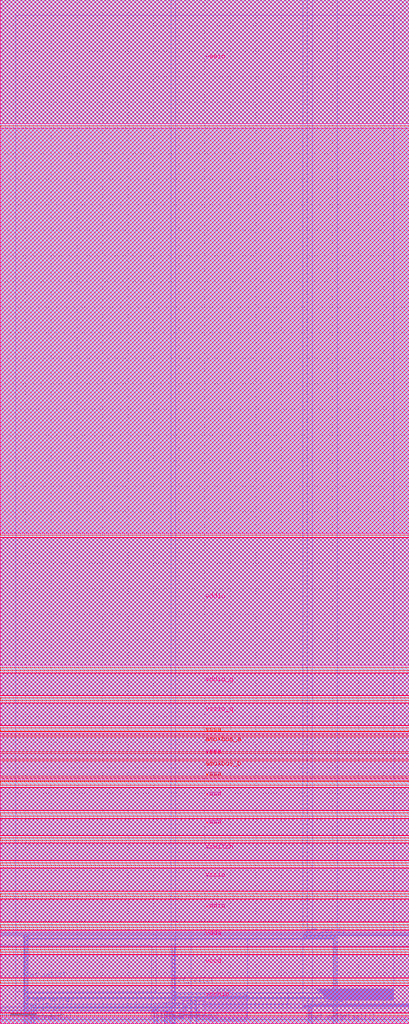
<source format=lef>
# Copyright 2020 The SkyWater PDK Authors
#
# Licensed under the Apache License, Version 2.0 (the "License");
# you may not use this file except in compliance with the License.
# You may obtain a copy of the License at
#
#     https://www.apache.org/licenses/LICENSE-2.0
#
# Unless required by applicable law or agreed to in writing, software
# distributed under the License is distributed on an "AS IS" BASIS,
# WITHOUT WARRANTIES OR CONDITIONS OF ANY KIND, either express or implied.
# See the License for the specific language governing permissions and
# limitations under the License.
#
# SPDX-License-Identifier: Apache-2.0

VERSION 5.5 ;
NAMESCASESENSITIVE ON ;
BUSBITCHARS "[]" ;
DIVIDERCHAR "/" ;

MACRO sky130_fd_io__top_gpiovrefv2
  CLASS BLOCK ;
  SOURCE USER ;
  ORIGIN 0 0 ;
  SIZE 80 BY 200 ;
  SYMMETRY R90 ;

  PIN ref_sel[2]
    DIRECTION INPUT ;
    USE SIGNAL ;
    PORT
      LAYER met2 ;
        RECT 33.725 0 33.985 0.64 ;
    END
    PORT
      LAYER met1 ;
        RECT 33.725 0 33.985 15.035 ;
    END
    ANTENNAGATEAREA 0.5 LAYER met1 ;
    ANTENNAPARTIALMETALSIDEAREA 10.0765 LAYER met1 ;
    ANTENNAGATEAREA 0.5 LAYER met2 ;
    ANTENNAPARTIALMETALSIDEAREA 6.46609 LAYER met2 ;
    ANTENNAGATEAREA 0.5 LAYER met3 ;
    ANTENNAGATEAREA 0.5 LAYER met4 ;
    ANTENNAGATEAREA 0.5 LAYER met5 ;
    ANTENNAPARTIALCUTAREA 0.135 LAYER via ;
  END ref_sel[2]

  PIN enable_h
    DIRECTION INPUT ;
    USE SIGNAL ;
    PORT
      LAYER met2 ;
        RECT 32.735 0 32.995 0.64 ;
    END
    PORT
      LAYER met1 ;
        RECT 32.735 0 32.995 2.325 ;
    END
    ANTENNAGATEAREA 3.24 LAYER met1 ;
    ANTENNAPARTIALMETALSIDEAREA 1.1795 LAYER met1 ;
    ANTENNAGATEAREA 3.24 LAYER met2 ;
    ANTENNAPARTIALMETALSIDEAREA 3.3495 LAYER met2 ;
    ANTENNAGATEAREA 3.24 LAYER met3 ;
    ANTENNAGATEAREA 3.24 LAYER met4 ;
    ANTENNAGATEAREA 3.24 LAYER met5 ;
    ANTENNAPARTIALCUTAREA 0.135 LAYER via ;
  END enable_h

  PIN vrefgen_en
    DIRECTION INPUT ;
    USE SIGNAL ;
    PORT
      LAYER met2 ;
        RECT 30.295 0 30.555 0.64 ;
    END
    PORT
      LAYER met1 ;
        RECT 30.295 0 30.555 2.565 ;
        RECT 30.295 2.565 30.555 2.635 ;
        RECT 30.225 2.635 30.555 2.705 ;
        RECT 30.155 2.705 30.555 2.735 ;
        RECT 29.915 2.735 30.555 2.995 ;
    END
    ANTENNAGATEAREA 0.5 LAYER met1 ;
    ANTENNAPARTIALMETALSIDEAREA 1.87965 LAYER met1 ;
    ANTENNAGATEAREA 0.5 LAYER met2 ;
    ANTENNAPARTIALMETALSIDEAREA 3.0345 LAYER met2 ;
    ANTENNAGATEAREA 0.5 LAYER met3 ;
    ANTENNAGATEAREA 0.5 LAYER met4 ;
    ANTENNAGATEAREA 0.5 LAYER met5 ;
    ANTENNAPARTIALCUTAREA 0.135 LAYER via ;
  END vrefgen_en

  PIN hld_h_n
    DIRECTION INPUT ;
    USE SIGNAL ;
    PORT
      LAYER met2 ;
        RECT 31.735 0 31.995 0.64 ;
    END
    PORT
      LAYER met1 ;
        RECT 31.735 0 31.995 2.325 ;
    END
    ANTENNAGATEAREA 1.62 LAYER met1 ;
    ANTENNAPARTIALMETALSIDEAREA 1.1795 LAYER met1 ;
    ANTENNAGATEAREA 1.62 LAYER met2 ;
    ANTENNAPARTIALMETALSIDEAREA 3.3495 LAYER met2 ;
    ANTENNAGATEAREA 1.62 LAYER met3 ;
    ANTENNAGATEAREA 1.62 LAYER met4 ;
    ANTENNAGATEAREA 1.62 LAYER met5 ;
    ANTENNAPARTIALCUTAREA 0.135 LAYER via ;
  END hld_h_n

  PIN ref_sel[0]
    DIRECTION INPUT ;
    USE SIGNAL ;
    PORT
      LAYER met2 ;
        RECT 60.495 0 60.755 0.64 ;
    END
    PORT
      LAYER met1 ;
        RECT 60.495 0 60.755 3.135 ;
        RECT 60.495 3.135 60.755 3.19 ;
        RECT 60.44 3.19 60.755 3.245 ;
        RECT 60.385 3.245 60.71 3.29 ;
        RECT 60.34 3.29 60.665 3.335 ;
        RECT 60.295 3.335 60.66 3.34 ;
        RECT 59.495 3.34 60.59 3.41 ;
        RECT 59.495 3.41 60.52 3.48 ;
        RECT 59.495 3.48 60.45 3.55 ;
        RECT 59.495 3.55 60.4 3.6 ;
    END
    ANTENNAGATEAREA 0.5 LAYER met1 ;
    ANTENNAPARTIALMETALSIDEAREA 4.43519 LAYER met1 ;
    ANTENNAGATEAREA 0.5 LAYER met2 ;
    ANTENNAPARTIALMETALSIDEAREA 0.63 LAYER met2 ;
    ANTENNAGATEAREA 0.5 LAYER met3 ;
    ANTENNAGATEAREA 0.5 LAYER met4 ;
    ANTENNAGATEAREA 0.5 LAYER met5 ;
    ANTENNAPARTIALCUTAREA 0.045 LAYER via ;
  END ref_sel[0]

  PIN vinref
    DIRECTION INOUT ;
    USE SIGNAL ;
    PORT
      LAYER met2 ;
        RECT 37.485 0 38.125 5.12 ;
        RECT 37.485 5.12 38.125 5.19 ;
        RECT 37.415 5.19 38.195 5.26 ;
        RECT 37.345 5.26 38.265 5.29 ;
        RECT 34.425 5.29 48.025 5.79 ;
    END
    PORT
      LAYER met1 ;
        RECT 37.485 0 38.125 0.64 ;
    END
    ANTENNADIFFAREA 31.08 LAYER met1 ;
    ANTENNADIFFAREA 31.08 LAYER met2 ;
    ANTENNADIFFAREA 31.08 LAYER met3 ;
    ANTENNADIFFAREA 31.08 LAYER met4 ;
    ANTENNADIFFAREA 31.08 LAYER met5 ;
    ANTENNAPARTIALMETALSIDEAREA 111.065 LAYER met2 ;
    ANTENNAPARTIALCUTAREA 4.545 LAYER via ;
  END vinref

  PIN ref_sel[4]
    DIRECTION INPUT ;
    USE SIGNAL ;
    PORT
      LAYER met2 ;
        RECT 6.155 0 6.415 3.17 ;
        RECT 6.155 3.17 6.415 3.24 ;
        RECT 6.155 3.24 6.485 3.31 ;
        RECT 6.155 3.31 6.555 3.34 ;
        RECT 6.155 3.34 6.795 3.6 ;
    END
    PORT
      LAYER met1 ;
        RECT 6.155 0 6.415 0.64 ;
    END
    ANTENNAGATEAREA 0.5 LAYER met1 ;
    ANTENNAGATEAREA 0.5 LAYER met2 ;
    ANTENNAPARTIALMETALSIDEAREA 2.93315 LAYER met2 ;
    ANTENNAGATEAREA 0.5 LAYER met3 ;
    ANTENNAGATEAREA 0.5 LAYER met4 ;
    ANTENNAGATEAREA 0.5 LAYER met5 ;
    ANTENNAPARTIALCUTAREA 0.09 LAYER via ;
  END ref_sel[4]

  PIN ref_sel[3]
    DIRECTION INPUT ;
    USE SIGNAL ;
    PORT
      LAYER met2 ;
        RECT 4.895 0 5.155 17.08 ;
    END
    PORT
      LAYER met1 ;
        RECT 4.895 0 5.155 0.64 ;
    END
    ANTENNAGATEAREA 0.5 LAYER met1 ;
    ANTENNAGATEAREA 0.5 LAYER met2 ;
    ANTENNAPARTIALMETALSIDEAREA 12.138 LAYER met2 ;
    ANTENNAGATEAREA 0.5 LAYER met3 ;
    ANTENNAGATEAREA 0.5 LAYER met4 ;
    ANTENNAGATEAREA 0.5 LAYER met5 ;
    ANTENNAPARTIALCUTAREA 0.09 LAYER via ;
  END ref_sel[3]

  PIN ref_sel[1]
    DIRECTION INPUT ;
    USE SIGNAL ;
    PORT
      LAYER met2 ;
        RECT 65.4 0 65.66 16.65 ;
        RECT 65.4 16.65 65.66 16.72 ;
        RECT 65.33 16.72 65.66 16.79 ;
        RECT 65.26 16.79 65.66 16.82 ;
        RECT 59.495 16.82 65.66 17.08 ;
        RECT 59.495 17.25 59.755 17.46 ;
        RECT 59.495 17.08 59.855 17.15 ;
        RECT 59.495 17.15 59.785 17.22 ;
        RECT 59.495 17.22 59.755 17.25 ;
    END
    PORT
      LAYER met1 ;
        RECT 65.4 0 65.66 0.64 ;
    END
    ANTENNAGATEAREA 0.5 LAYER met1 ;
    ANTENNAGATEAREA 0.5 LAYER met2 ;
    ANTENNAPARTIALMETALSIDEAREA 16.4678 LAYER met2 ;
    ANTENNAGATEAREA 0.5 LAYER met3 ;
    ANTENNAGATEAREA 0.5 LAYER met4 ;
    ANTENNAGATEAREA 0.5 LAYER met5 ;
    ANTENNAPARTIALCUTAREA 0.09 LAYER via ;
  END ref_sel[1]

  PIN amuxbus_a
    DIRECTION INOUT ;
    USE SIGNAL ;
    PORT
      LAYER met4 ;
        RECT 0 53.125 80 56.105 ;
    END
    ANTENNAPARTIALMETALSIDEAREA 119.168 LAYER met4 ;
  END amuxbus_a

  PIN amuxbus_b
    DIRECTION INOUT ;
    USE SIGNAL ;
    PORT
      LAYER met4 ;
        RECT 0 48.365 80 51.345 ;
    END
    ANTENNAPARTIALMETALSIDEAREA 119.168 LAYER met4 ;
  END amuxbus_b

  PIN vssd
    DIRECTION INOUT ;
    USE GROUND ;
    PORT
      LAYER met5 ;
        RECT 0 41.685 80 46.135 ;
    END
    PORT
      LAYER met4 ;
        RECT 0 41.585 80 46.235 ;
    END
  END vssd

  PIN vdda
    DIRECTION INOUT ;
    USE POWER ;
    PORT
      LAYER met5 ;
        RECT 0 15.035 80 18.285 ;
    END
    PORT
      LAYER met4 ;
        RECT 0 14.935 80 18.385 ;
    END
  END vdda

  PIN vswitch
    DIRECTION INOUT ;
    USE POWER ;
    PORT
      LAYER met5 ;
        RECT 0 31.985 80 35.235 ;
    END
    PORT
      LAYER met4 ;
        RECT 0 31.885 80 35.335 ;
    END
  END vswitch

  PIN vcchib
    DIRECTION INOUT ;
    USE POWER ;
    PORT
      LAYER met5 ;
        RECT 0 2.135 80 7.385 ;
    END
    PORT
      LAYER met4 ;
        RECT 0 2.035 80 7.485 ;
    END
  END vcchib

  PIN vssa
    DIRECTION INOUT ;
    USE GROUND ;
    PORT
      LAYER met5 ;
        RECT 0 36.835 80 40.085 ;
    END
    PORT
      LAYER met5 ;
        RECT 0 47.735 80 56.735 ;
    END
    PORT
      LAYER met4 ;
        RECT 0 36.735 80 40.185 ;
    END
    PORT
      LAYER met4 ;
        RECT 0 47.735 80 48.065 ;
    END
    PORT
      LAYER met4 ;
        RECT 0 51.645 80 52.825 ;
    END
    PORT
      LAYER met4 ;
        RECT 0 56.405 80 56.735 ;
    END
  END vssa

  PIN vccd
    DIRECTION INOUT ;
    USE POWER ;
    PORT
      LAYER met5 ;
        RECT 0 8.985 80 13.435 ;
    END
    PORT
      LAYER met4 ;
        RECT 0 8.885 80 13.535 ;
    END
  END vccd

  PIN vssio_q
    DIRECTION INOUT ;
    USE GROUND ;
    PORT
      LAYER met5 ;
        RECT 0 58.335 80 62.585 ;
    END
    PORT
      LAYER met4 ;
        RECT 0 58.235 80 62.685 ;
    END
  END vssio_q

  PIN vddio
    DIRECTION INOUT ;
    USE POWER ;
    PORT
      LAYER met5 ;
        RECT 0 19.885 80 24.335 ;
    END
    PORT
      LAYER met5 ;
        RECT 0 70.035 80 94.985 ;
    END
    PORT
      LAYER met4 ;
        RECT 0 19.785 80 24.435 ;
    END
    PORT
      LAYER met4 ;
        RECT 0 70.035 80 95 ;
    END
  END vddio

  PIN vddio_q
    DIRECTION INOUT ;
    USE POWER ;
    PORT
      LAYER met5 ;
        RECT 0 64.185 80 68.435 ;
    END
    PORT
      LAYER met4 ;
        RECT 0 64.085 80 68.535 ;
    END
  END vddio_q

  PIN vssio
    DIRECTION INOUT ;
    USE GROUND ;
    PORT
      LAYER met5 ;
        RECT 0 25.935 80 30.385 ;
    END
    PORT
      LAYER met5 ;
        RECT 0 175.785 80 200 ;
    END
    PORT
      LAYER met4 ;
        RECT 0 25.835 80 30.485 ;
    END
    PORT
      LAYER met4 ;
        RECT 0 175.785 80 200 ;
    END
  END vssio
  OBS
    LAYER met1 ;
      RECT 61.795 6.845 77.0 6.88 ;
      RECT 61.865 6.775 77.0 6.845 ;
      RECT 61.935 6.705 77.0 6.775 ;
      RECT 62.005 6.635 77.0 6.705 ;
      RECT 62.075 6.565 77.0 6.635 ;
      RECT 62.145 6.495 77.0 6.565 ;
      RECT 62.215 6.425 77.0 6.495 ;
      RECT 62.285 6.355 77.0 6.425 ;
      RECT 62.355 6.285 77.0 6.355 ;
      RECT 62.425 6.215 77.0 6.285 ;
      RECT 62.495 6.145 77.0 6.215 ;
      RECT 62.565 6.075 77.0 6.145 ;
      RECT 62.635 6.005 77.0 6.075 ;
      RECT 62.705 5.935 77.0 6.005 ;
      RECT 62.775 5.865 77.0 5.935 ;
      RECT 62.845 5.795 77.0 5.865 ;
      RECT 62.915 5.725 77.0 5.795 ;
      RECT 62.985 5.655 77.0 5.725 ;
      RECT 63.055 5.585 77.0 5.655 ;
      RECT 63.125 5.515 77.0 5.585 ;
      RECT 63.195 5.445 77.0 5.515 ;
      RECT 63.265 5.375 77.0 5.445 ;
      RECT 63.335 5.305 77.0 5.375 ;
      RECT 63.405 5.235 77.0 5.305 ;
      RECT 63.475 5.165 77.0 5.235 ;
      RECT 63.545 5.095 77.0 5.165 ;
      RECT 63.615 5.025 77.0 5.095 ;
      RECT 63.685 4.955 77.0 5.025 ;
      RECT 63.755 4.885 77.0 4.955 ;
      RECT 63.825 4.815 77.0 4.885 ;
      RECT 63.895 4.745 77.0 4.815 ;
      RECT 63.965 4.675 77.0 4.745 ;
      RECT 64.035 4.605 77.0 4.675 ;
      RECT 0 0.78 30.155 2.505 ;
      RECT 0 2.505 30.065 2.595 ;
      RECT 0 0 4.755 0.78 ;
      RECT 0 2.595 29.775 3.135 ;
      RECT 0 3.135 33.585 15.175 ;
      RECT 0 15.175 80 200 ;
      RECT 5.295 0 6.015 0.78 ;
      RECT 6.555 0 30.155 0.78 ;
      RECT 30.695 0 31.595 2.465 ;
      RECT 30.695 2.465 33.585 3.135 ;
      RECT 32.135 0 32.595 2.465 ;
      RECT 33.135 0 33.585 2.465 ;
      RECT 34.125 3.74 80 15.175 ;
      RECT 34.125 0.78 60.355 3.075 ;
      RECT 34.125 3.075 60.23 3.2 ;
      RECT 34.125 0 37.345 0.78 ;
      RECT 34.125 3.2 59.355 3.74 ;
      RECT 38.265 0 60.355 0.78 ;
      RECT 60.895 3.3 80 3.74 ;
      RECT 60.895 0.78 80 3.3 ;
      RECT 60.895 0 65.26 0.78 ;
      RECT 65.8 0 80 0.78 ;
      RECT 5.435 0 5.875 0.92 ;
      RECT 0 0 4.615 0.92 ;
      RECT 6.695 0 30.015 0.92 ;
      RECT 29.635 0.92 30.015 2.455 ;
      RECT 30.835 2.605 33.445 3.275 ;
      RECT 30.835 0 31.455 2.605 ;
      RECT 32.275 0 32.455 2.605 ;
      RECT 33.275 0 33.445 2.605 ;
      RECT 33.445 15.315 34.265 18.315 ;
      RECT 33.445 197.0 34.265 200 ;
      RECT 34.265 0.805 38.405 3.02 ;
      RECT 34.265 0 37.205 0.805 ;
      RECT 61.035 0 65.12 3.36 ;
      RECT 65.94 0 80 3.36 ;
      RECT 38.405 0 60.215 3.02 ;
      RECT 41.405 3.0 56.215 3.805 ;
      RECT 0 3.275 33.445 200 ;
      RECT 0 0.92 29.635 15.315 ;
      RECT 3.0 6.275 30.445 18.315 ;
      RECT 3.0 3.92 26.63 6.275 ;
      RECT 9.695 3.0 26.63 3.92 ;
      RECT 3.0 18.315 77.0 197.0 ;
      RECT 34.265 3.02 59.215 200 ;
      RECT 34.265 3.88 80 200 ;
      RECT 37.265 6.88 77.0 18.315 ;
      RECT 37.265 3.805 56.215 6.88 ;
      RECT 61.035 0.92 80 200 ;
      RECT 64.035 3.92 77.0 4.605 ;
      RECT 68.94 3.0 77.0 3.92 ;
      RECT 34.265 3.02 60.195 3.04 ;
      RECT 34.265 3.04 60.175 3.06 ;
      RECT 61.035 3.36 80 3.43 ;
      RECT 60.965 3.43 80 3.5 ;
      RECT 60.895 3.5 80 3.57 ;
      RECT 60.825 3.57 80 3.64 ;
      RECT 60.755 3.64 80 3.71 ;
      RECT 60.685 3.71 80 3.78 ;
      RECT 60.615 3.78 80 3.85 ;
      RECT 60.545 3.85 80 3.88 ;
      RECT 61.795 6.845 77.0 6.88 ;
      RECT 61.865 6.775 77.0 6.845 ;
      RECT 61.935 6.705 77.0 6.775 ;
      RECT 62.005 6.635 77.0 6.705 ;
      RECT 62.075 6.565 77.0 6.635 ;
      RECT 62.145 6.495 77.0 6.565 ;
      RECT 62.215 6.425 77.0 6.495 ;
      RECT 62.285 6.355 77.0 6.425 ;
      RECT 62.355 6.285 77.0 6.355 ;
      RECT 62.425 6.215 77.0 6.285 ;
      RECT 62.495 6.145 77.0 6.215 ;
      RECT 62.565 6.075 77.0 6.145 ;
      RECT 62.635 6.005 77.0 6.075 ;
      RECT 62.705 5.935 77.0 6.005 ;
      RECT 62.775 5.865 77.0 5.935 ;
      RECT 62.845 5.795 77.0 5.865 ;
      RECT 62.915 5.725 77.0 5.795 ;
      RECT 62.985 5.655 77.0 5.725 ;
      RECT 63.055 5.585 77.0 5.655 ;
      RECT 63.125 5.515 77.0 5.585 ;
      RECT 63.195 5.445 77.0 5.515 ;
      RECT 63.265 5.375 77.0 5.445 ;
      RECT 63.335 5.305 77.0 5.375 ;
      RECT 63.405 5.235 77.0 5.305 ;
      RECT 63.475 5.165 77.0 5.235 ;
      RECT 63.545 5.095 77.0 5.165 ;
      RECT 63.615 5.025 77.0 5.095 ;
      RECT 63.685 4.955 77.0 5.025 ;
      RECT 63.755 4.885 77.0 4.955 ;
      RECT 63.825 4.815 77.0 4.885 ;
      RECT 63.895 4.745 77.0 4.815 ;
      RECT 63.965 4.675 77.0 4.745 ;
      RECT 64.035 4.605 77.0 4.675 ;
    LAYER li1 ;
      RECT 40.79 0.465 48.275 5.475 ;
      RECT 36.635 2.99 38.915 3.16 ;
      RECT 36.945 3.77 39.515 3.94 ;
      RECT 36.945 2.21 39.515 2.38 ;
      RECT 36.165 2.435 36.335 3.715 ;
      RECT 35.675 4.35 40.175 4.58 ;
      RECT 35.675 1.57 40.175 1.8 ;
      RECT 35.675 1.8 35.905 4.35 ;
      RECT 39.945 1.8 40.175 4.35 ;
    LAYER met4 ;
      RECT 0 46.635 80 47.435 ;
      RECT 0 57.035 80 57.835 ;
      RECT 0 18.785 80 19.385 ;
      RECT 0 13.935 80 14.535 ;
      RECT 0 46.635 80 47.335 ;
      RECT 0 57.135 80 57.835 ;
      RECT 0 7.885 80 8.485 ;
      RECT 0 24.835 80 25.435 ;
      RECT 0 30.885 80 31.485 ;
      RECT 0 35.735 80 36.335 ;
      RECT 0 40.585 80 41.185 ;
      RECT 0 68.935 80 69.635 ;
      RECT 0 63.085 80 63.685 ;
      RECT 0 0 80 1.635 ;
      RECT 0 95.4 80 175.385 ;
    LAYER met2 ;
      RECT 0 17.22 59.355 17.6 ;
      RECT 0 0 4.755 17.22 ;
      RECT 0 17.6 80 200 ;
      RECT 5.295 16.68 59.355 17.22 ;
      RECT 5.295 3.74 37.345 5.06 ;
      RECT 5.295 5.06 37.255 5.15 ;
      RECT 5.295 0 6.015 3.74 ;
      RECT 5.295 16.59 65.17 16.68 ;
      RECT 5.295 5.15 34.285 5.93 ;
      RECT 5.295 5.93 65.26 16.59 ;
      RECT 6.555 0 30.155 0.78 ;
      RECT 6.555 3.11 37.345 3.2 ;
      RECT 6.555 0.78 37.345 3.11 ;
      RECT 6.935 3.2 37.345 3.74 ;
      RECT 30.695 0 31.595 0.78 ;
      RECT 32.135 0 32.595 0.78 ;
      RECT 33.135 0 33.585 0.78 ;
      RECT 34.125 0 37.345 0.78 ;
      RECT 38.265 0 60.355 0.78 ;
      RECT 38.265 5.06 65.26 5.15 ;
      RECT 38.265 0.78 65.26 5.06 ;
      RECT 48.165 5.15 65.26 5.93 ;
      RECT 59.895 17.31 80 17.6 ;
      RECT 59.985 17.22 80 17.31 ;
      RECT 60.895 0 65.26 0.78 ;
      RECT 65.8 0 80 17.22 ;
      RECT 30.835 0 31.455 0.805 ;
      RECT 32.275 0 32.455 0.805 ;
      RECT 33.275 0 33.445 0.805 ;
      RECT 5.435 0 5.875 3.88 ;
      RECT 34.265 0 37.225 0.805 ;
      RECT 0 0 4.615 1.745 ;
      RECT 6.695 0 30.015 3.06 ;
      RECT 6.695 0.805 37.225 3.06 ;
      RECT 6.695 0 30.015 0.805 ;
      RECT 5.435 4.84 37.205 5.01 ;
      RECT 5.435 3.88 37.225 4.84 ;
      RECT 7.075 0.805 37.225 4.84 ;
      RECT 7.075 3.06 37.225 3.88 ;
      RECT 38.385 0 60.215 4.84 ;
      RECT 38.385 0.92 65.12 4.84 ;
      RECT 38.385 0 60.215 0.92 ;
      RECT 38.405 4.84 65.12 5.01 ;
      RECT 38.405 0.92 65.12 5.01 ;
      RECT 61.035 0 65.12 4.84 ;
      RECT 61.035 0 65.12 0.92 ;
      RECT 5.435 6.07 65.12 16.54 ;
      RECT 5.435 5.01 34.145 6.07 ;
      RECT 48.305 0.92 65.12 16.54 ;
      RECT 48.305 5.01 65.12 6.07 ;
      RECT 0 17.36 59.215 200 ;
      RECT 0 1.745 4.735 17.74 ;
      RECT 0 17.36 59.215 17.74 ;
      RECT 0 1.745 4.735 17.36 ;
      RECT 0 0 4.615 17.36 ;
      RECT 5.435 3.88 34.145 17.74 ;
      RECT 5.435 6.07 59.215 17.74 ;
      RECT 5.435 16.54 59.215 17.36 ;
      RECT 0 17.74 80 200 ;
      RECT 60.035 17.36 80 200 ;
      RECT 60.035 17.36 80 17.74 ;
      RECT 65.94 0 80 200 ;
      RECT 65.94 0 80 17.36 ;
    LAYER met5 ;
      RECT 0 0 80 1.335 ;
      RECT 0 95.785 80 174.985 ;
    LAYER met3 ;
      RECT 0 0 80 200 ;
  END
END sky130_fd_io__top_gpiovrefv2

END LIBRARY

</source>
